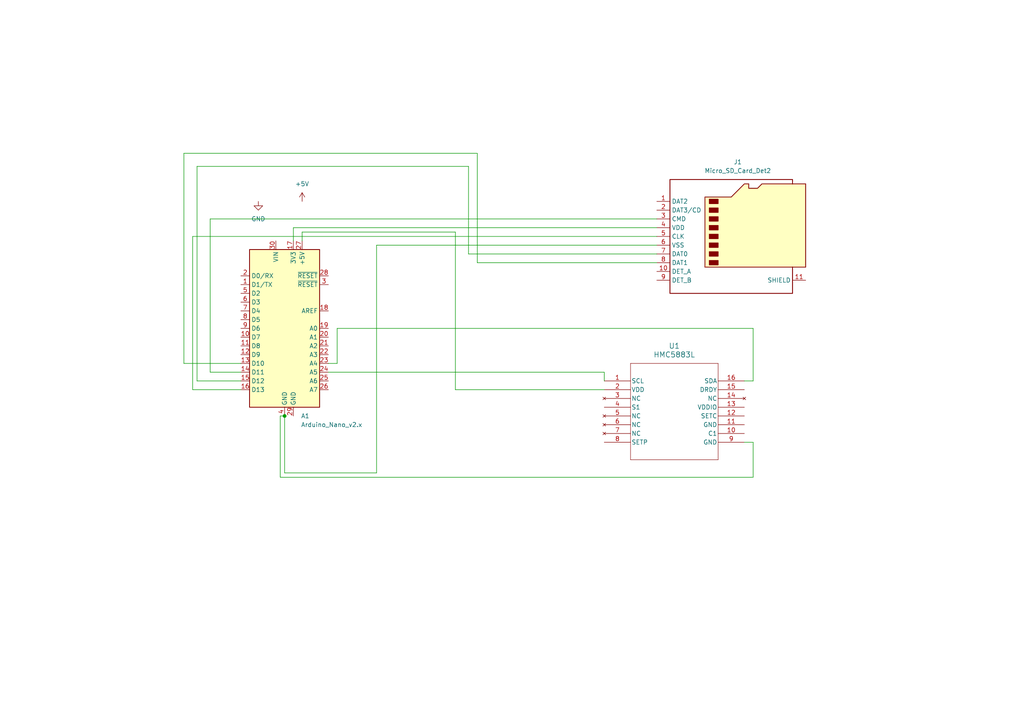
<source format=kicad_sch>
(kicad_sch (version 20230121) (generator eeschema)
  (paper "A4")
  (lib_symbols
    (symbol "Connector:Micro_SD_Card_Det2"
      (property "Reference" "J" (at -16.51 17.78 0))
      (property "Value" "Micro_SD_Card_Det2" (at 16.51 17.78 0))
      (symbol "Micro_SD_Card_Det2_0_1"
        (rectangle (start -7.62 -6.985) (end -5.08 -8.255) (stroke (width 0.254)) (fill (type outline)))
        (rectangle (start -7.62 -4.445) (end -5.08 -5.715) (stroke (width 0.254)) (fill (type outline)))
        (rectangle (start -7.62 -1.905) (end -5.08 -3.175) (stroke (width 0.254)) (fill (type outline)))
        (rectangle (start -7.62 0.635) (end -5.08 -0.635) (stroke (width 0.254)) (fill (type outline)))
        (rectangle (start -7.62 3.175) (end -5.08 1.905) (stroke (width 0.254)) (fill (type outline)))
        (rectangle (start -7.62 5.715) (end -5.08 4.445) (stroke (width 0.254)) (fill (type outline)))
        (rectangle (start -7.62 8.255) (end -5.08 6.985) (stroke (width 0.254)) (fill (type outline)))
        (rectangle (start -7.62 10.795) (end -5.08 9.525) (stroke (width 0.254)) (fill (type outline)))
        (polyline (pts (xy 16.51 15.24) (xy 16.51 16.51) (xy -19.05 16.51) (xy -19.05 -16.51) (xy 16.51 -16.51) (xy 16.51 -8.89)) (stroke (width 0.254)))
        (polyline (pts (xy -8.89 -8.89) (xy -8.89 11.43) (xy -1.27 11.43) (xy 2.54 15.24) (xy 3.81 15.24) (xy 3.81 13.97) (xy 6.35 13.97) (xy 7.62 15.24) (xy 20.32 15.24) (xy 20.32 -8.89) (xy -8.89 -8.89)) (stroke (width 0.254)) (fill (type background)))
      )
      (symbol "Micro_SD_Card_Det2_1_1"
        (pin bidirectional line (at -22.86 10.16 0) (length 3.81) (name "DAT2") (number "1"))
        (pin passive line (at -22.86 -10.16 0) (length 3.81) (name "DET_A") (number "10"))
        (pin passive line (at 20.32 -12.7 180) (length 3.81) (name "SHIELD") (number "11"))
        (pin bidirectional line (at -22.86 7.62 0) (length 3.81) (name "DAT3/CD") (number "2"))
        (pin input line (at -22.86 5.08 0) (length 3.81) (name "CMD") (number "3"))
        (pin power_in line (at -22.86 2.54 0) (length 3.81) (name "VDD") (number "4"))
        (pin input line (at -22.86 0 0) (length 3.81) (name "CLK") (number "5"))
        (pin power_in line (at -22.86 -2.54 0) (length 3.81) (name "VSS") (number "6"))
        (pin bidirectional line (at -22.86 -5.08 0) (length 3.81) (name "DAT0") (number "7"))
        (pin bidirectional line (at -22.86 -7.62 0) (length 3.81) (name "DAT1") (number "8"))
        (pin passive line (at -22.86 -12.7 0) (length 3.81) (name "DET_B") (number "9"))
      )
    )
    (symbol "HMC5883L:HMC5883L" (pin_names (offset 0.254))
      (property "Reference" "U" (at 20.32 10.16 0))
      (property "Value" "HMC5883L" (at 20.32 7.62 0))
      (symbol "HMC5883L_0_1"
        (polyline (pts (xy 7.62 -22.86) (xy 33.02 -22.86)) (stroke (width 0.127)))
        (polyline (pts (xy 7.62 5.08) (xy 7.62 -22.86)) (stroke (width 0.127)))
        (polyline (pts (xy 33.02 -22.86) (xy 33.02 5.08)) (stroke (width 0.127)))
        (polyline (pts (xy 33.02 5.08) (xy 7.62 5.08)) (stroke (width 0.127)))
        (pin unspecified line (at 0 0 0) (length 7.62) (name "SCL") (number "1"))
        (pin unspecified line (at 40.64 -15.24 180) (length 7.62) (name "C1") (number "10"))
        (pin power_out line (at 40.64 -12.7 180) (length 7.62) (name "GND") (number "11"))
        (pin unspecified line (at 40.64 -10.16 180) (length 7.62) (name "SETC") (number "12"))
        (pin power_in line (at 40.64 -7.62 180) (length 7.62) (name "VDDIO") (number "13"))
        (pin no_connect line (at 40.64 -5.08 180) (length 7.62) (name "NC") (number "14"))
        (pin unspecified line (at 40.64 -2.54 180) (length 7.62) (name "DRDY") (number "15"))
        (pin unspecified line (at 40.64 0 180) (length 7.62) (name "SDA") (number "16"))
        (pin power_in line (at 0 -2.54 0) (length 7.62) (name "VDD") (number "2"))
        (pin no_connect line (at 0 -5.08 0) (length 7.62) (name "NC") (number "3"))
        (pin unspecified line (at 0 -7.62 0) (length 7.62) (name "S1") (number "4"))
        (pin no_connect line (at 0 -10.16 0) (length 7.62) (name "NC") (number "5"))
        (pin no_connect line (at 0 -12.7 0) (length 7.62) (name "NC") (number "6"))
        (pin no_connect line (at 0 -15.24 0) (length 7.62) (name "NC") (number "7"))
        (pin unspecified line (at 0 -17.78 0) (length 7.62) (name "SETP") (number "8"))
        (pin power_out line (at 40.64 -17.78 180) (length 7.62) (name "GND") (number "9"))
      )
    )
    (symbol "MCU_Module:Arduino_Nano_v2.x"
      (property "Reference" "A" (at -10.16 23.495 0))
      (property "Value" "Arduino_Nano_v2.x" (at 5.08 -24.13 0))
      (symbol "Arduino_Nano_v2.x_0_1"
        (rectangle (start -10.16 22.86) (end 10.16 -22.86) (stroke (width 0.254)) (fill (type background)))
      )
      (symbol "Arduino_Nano_v2.x_1_1"
        (pin bidirectional line (at -12.7 12.7 0) (length 2.54) (name "D1/TX") (number "1"))
        (pin bidirectional line (at -12.7 -2.54 0) (length 2.54) (name "D7") (number "10"))
        (pin bidirectional line (at -12.7 -5.08 0) (length 2.54) (name "D8") (number "11"))
        (pin bidirectional line (at -12.7 -7.62 0) (length 2.54) (name "D9") (number "12"))
        (pin bidirectional line (at -12.7 -10.16 0) (length 2.54) (name "D10") (number "13"))
        (pin bidirectional line (at -12.7 -12.7 0) (length 2.54) (name "D11") (number "14"))
        (pin bidirectional line (at -12.7 -15.24 0) (length 2.54) (name "D12") (number "15"))
        (pin bidirectional line (at -12.7 -17.78 0) (length 2.54) (name "D13") (number "16"))
        (pin power_out line (at 2.54 25.4 270) (length 2.54) (name "3V3") (number "17"))
        (pin input line (at 12.7 5.08 180) (length 2.54) (name "AREF") (number "18"))
        (pin bidirectional line (at 12.7 0 180) (length 2.54) (name "A0") (number "19"))
        (pin bidirectional line (at -12.7 15.24 0) (length 2.54) (name "D0/RX") (number "2"))
        (pin bidirectional line (at 12.7 -2.54 180) (length 2.54) (name "A1") (number "20"))
        (pin bidirectional line (at 12.7 -5.08 180) (length 2.54) (name "A2") (number "21"))
        (pin bidirectional line (at 12.7 -7.62 180) (length 2.54) (name "A3") (number "22"))
        (pin bidirectional line (at 12.7 -10.16 180) (length 2.54) (name "A4") (number "23"))
        (pin bidirectional line (at 12.7 -12.7 180) (length 2.54) (name "A5") (number "24"))
        (pin bidirectional line (at 12.7 -15.24 180) (length 2.54) (name "A6") (number "25"))
        (pin bidirectional line (at 12.7 -17.78 180) (length 2.54) (name "A7") (number "26"))
        (pin power_out line (at 5.08 25.4 270) (length 2.54) (name "+5V") (number "27"))
        (pin input line (at 12.7 15.24 180) (length 2.54) (name "~{RESET}") (number "28"))
        (pin power_in line (at 2.54 -25.4 90) (length 2.54) (name "GND") (number "29"))
        (pin input line (at 12.7 12.7 180) (length 2.54) (name "~{RESET}") (number "3"))
        (pin power_in line (at -2.54 25.4 270) (length 2.54) (name "VIN") (number "30"))
        (pin power_in line (at 0 -25.4 90) (length 2.54) (name "GND") (number "4"))
        (pin bidirectional line (at -12.7 10.16 0) (length 2.54) (name "D2") (number "5"))
        (pin bidirectional line (at -12.7 7.62 0) (length 2.54) (name "D3") (number "6"))
        (pin bidirectional line (at -12.7 5.08 0) (length 2.54) (name "D4") (number "7"))
        (pin bidirectional line (at -12.7 2.54 0) (length 2.54) (name "D5") (number "8"))
        (pin bidirectional line (at -12.7 0 0) (length 2.54) (name "D6") (number "9"))
      )
    )
    (symbol "power:+5V" (power) (pin_names (offset 0))
      (property "Value" "+5V" (at 0 3.556 0))
      (symbol "+5V_0_1"
        (polyline (pts (xy -0.762 1.27) (xy 0 2.54)))
        (polyline (pts (xy 0 0) (xy 0 2.54)))
        (polyline (pts (xy 0 2.54) (xy 0.762 1.27)))
      )
      (symbol "+5V_1_1"
        (pin power_in line (at 0 0 90) (length 0) hide (name "+5V") (number "1"))
      )
    )
    (symbol "power:GND" (power) (pin_names (offset 0))
      (property "Value" "GND" (at 0 -3.81 0))
      (symbol "GND_0_1"
        (polyline (pts (xy 0 0) (xy 0 -1.27) (xy 1.27 -1.27) (xy 0 -2.54) (xy -1.27 -1.27) (xy 0 -1.27)))
      )
      (symbol "GND_1_1"
        (pin power_in line (at 0 0 270) (length 0) hide (name "GND") (number "1"))
      )
    )
  )
  (junction (at 82.55 120.65))
  (wire (pts (xy 55.88 113.03) (xy 69.85 113.03)))
  (wire (pts (xy 138.43 76.2) (xy 138.43 44.45)))
  (wire (pts (xy 55.88 68.58) (xy 55.88 113.03)))
  (wire (pts (xy 190.5 63.5) (xy 60.96 63.5)))
  (wire (pts (xy 218.44 128.27) (xy 218.44 138.43)))
  (wire (pts (xy 175.26 107.95) (xy 175.26 110.49)))
  (wire (pts (xy 190.5 71.12) (xy 109.22 71.12)))
  (wire (pts (xy 132.08 113.03) (xy 132.08 67.31)))
  (wire (pts (xy 109.22 137.16) (xy 82.55 137.16)))
  (wire (pts (xy 109.22 71.12) (xy 109.22 137.16)))
  (wire (pts (xy 85.09 69.85) (xy 85.09 66.04)))
  (wire (pts (xy 215.9 128.27) (xy 218.44 128.27)))
  (wire (pts (xy 81.28 138.43) (xy 81.28 120.65)))
  (wire (pts (xy 87.63 67.31) (xy 132.08 67.31)))
  (wire (pts (xy 85.09 66.04) (xy 190.5 66.04)))
  (wire (pts (xy 218.44 95.25) (xy 97.79 95.25)))
  (wire (pts (xy 60.96 107.95) (xy 69.85 107.95)))
  (wire (pts (xy 97.79 95.25) (xy 97.79 105.41)))
  (wire (pts (xy 87.63 67.31) (xy 87.63 69.85)))
  (wire (pts (xy 57.15 48.26) (xy 57.15 110.49)))
  (wire (pts (xy 95.25 107.95) (xy 175.26 107.95)))
  (wire (pts (xy 60.96 63.5) (xy 60.96 107.95)))
  (wire (pts (xy 97.79 105.41) (xy 95.25 105.41)))
  (wire (pts (xy 190.5 68.58) (xy 55.88 68.58)))
  (wire (pts (xy 218.44 138.43) (xy 81.28 138.43)))
  (wire (pts (xy 135.89 73.66) (xy 135.89 48.26)))
  (wire (pts (xy 69.85 110.49) (xy 57.15 110.49)))
  (wire (pts (xy 190.5 76.2) (xy 138.43 76.2)))
  (wire (pts (xy 175.26 113.03) (xy 132.08 113.03)))
  (wire (pts (xy 53.34 105.41) (xy 69.85 105.41)))
  (wire (pts (xy 218.44 110.49) (xy 218.44 95.25)))
  (wire (pts (xy 82.55 137.16) (xy 82.55 120.65)))
  (wire (pts (xy 135.89 73.66) (xy 190.5 73.66)))
  (wire (pts (xy 135.89 48.26) (xy 57.15 48.26)))
  (wire (pts (xy 81.28 120.65) (xy 82.55 120.65)))
  (wire (pts (xy 53.34 44.45) (xy 53.34 105.41)))
  (wire (pts (xy 138.43 44.45) (xy 53.34 44.45)))
  (wire (pts (xy 215.9 110.49) (xy 218.44 110.49)))
  (symbol (lib_id "power:GND") (at 74.93 58.42 0) (unit 1)
    (property "Reference" "#PWR02" (effects hide))
    (property "Value" "GND" (at 74.93 63.5 0))
  )
  (symbol (lib_id "power:+5V") (at 87.63 58.42 0) (unit 1)
    (property "Reference" "#PWR01" (effects hide))
    (property "Value" "+5V" (at 87.63 53.34 0))
  )
  (symbol (lib_id "Connector:Micro_SD_Card_Det2") (at 213.36 68.58 0) (unit 1)
    (property "Reference" "J1" (at 213.995 46.99 0))
    (property "Value" "Micro_SD_Card_Det2" (at 213.995 49.53 0))
    (property "Footprint" "Connector_Card:microSD_HC_Hirose_DM3AT-SF-PEJM5" (effects hide))
    (property "Datasheet" "https://www.hirose.com/en/product/document?clcode=&productname=&series=DM3&documenttype=Catalog&lang=en&documentid=D49662_en" (effects hide))
  )
  (symbol (lib_id "HMC5883L:HMC5883L") (at 175.26 110.49 0) (unit 1)
    (property "Reference" "U1" (at 195.58 100.33 0) (effects (font (size 1.524 1.524))))
    (property "Value" "HMC5883L" (at 195.58 102.87 0) (effects (font (size 1.524 1.524))))
    (property "Footprint" "HMC5883L:LPCC16_HNW" (effects hide))
    (property "Datasheet" "HMC5883L" (effects hide))
  )
  (symbol (lib_id "MCU_Module:Arduino_Nano_v2.x") (at 82.55 95.25 0) (unit 1)
    (property "Reference" "A1" (at 87.2841 120.65 0) (effects (justify left)))
    (property "Value" "Arduino_Nano_v2.x" (at 87.2841 123.19 0) (effects (justify left)))
    (property "Footprint" "Module:Arduino_Nano" (effects hide))
    (property "Datasheet" "https://www.arduino.cc/en/uploads/Main/ArduinoNanoManual23.pdf" (effects hide))
  )
)
</source>
